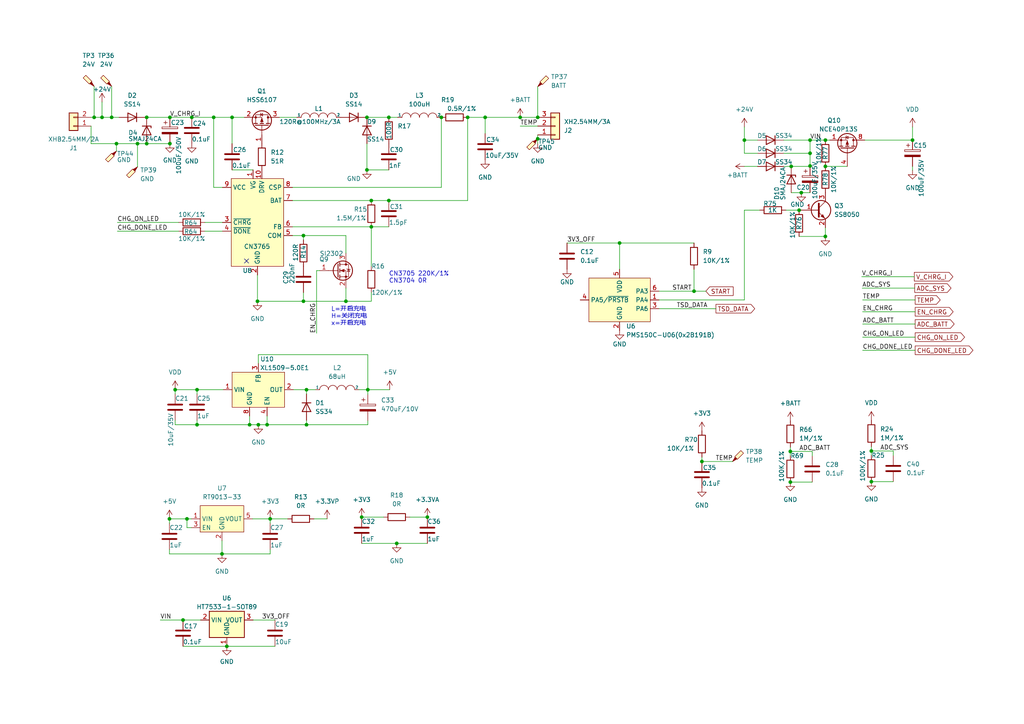
<source format=kicad_sch>
(kicad_sch (version 20230121) (generator eeschema)
  (paper "A4")
  (lib_symbols
    (symbol "Connector:TestPoint_Probe" (pin_numbers hide) (pin_names (offset 0.762) hide)
      (property "Reference" "TP" (at 1.651 5.842 0))
      (property "Value" "TestPoint_Probe" (at 1.651 4.064 0))
      (symbol "TestPoint_Probe_1_1"
        (pin passive line (at 0 0 90) (length 0) (name "1") (number "1"))
      )
    )
    (symbol "Connector_Generic:Conn_01x02" (pin_names (offset 1.016) hide)
      (property "Reference" "J" (at 0 2.54 0))
      (property "Value" "Conn_01x02" (at 0 -5.08 0))
      (symbol "Conn_01x02_1_1"
        (pin passive line (at -5.08 0 0) (length 3.81) (name "Pin_1") (number "1"))
        (pin passive line (at -5.08 -2.54 0) (length 3.81) (name "Pin_2") (number "2"))
      )
    )
    (symbol "Connector_Generic:Conn_01x03" (pin_names (offset 1.016) hide)
      (property "Reference" "J" (at 0 5.08 0))
      (property "Value" "Conn_01x03" (at 0 -5.08 0))
      (symbol "Conn_01x03_1_1"
        (pin passive line (at -5.08 2.54 0) (length 3.81) (name "Pin_1") (number "1"))
        (pin passive line (at -5.08 0 0) (length 3.81) (name "Pin_2") (number "2"))
        (pin passive line (at -5.08 -2.54 0) (length 3.81) (name "Pin_3") (number "3"))
      )
    )
    (symbol "Device:C" (pin_numbers hide) (pin_names (offset 0.254))
      (property "Reference" "C" (at 0.635 2.54 0))
      (property "Value" "C" (at 0.635 -2.54 0))
      (symbol "C_1_1"
        (pin passive line (at 0 3.81 270) (length 2.794) (name "~") (number "1"))
        (pin passive line (at 0 -3.81 90) (length 2.794) (name "~") (number "2"))
      )
    )
    (symbol "Device:C_Polarized" (pin_numbers hide) (pin_names (offset 0.254))
      (property "Reference" "C" (at 0.635 2.54 0))
      (property "Value" "C_Polarized" (at 0.635 -2.54 0))
      (symbol "C_Polarized_1_1"
        (pin passive line (at 0 3.81 270) (length 2.794) (name "~") (number "1"))
        (pin passive line (at 0 -3.81 90) (length 2.794) (name "~") (number "2"))
      )
    )
    (symbol "Device:D" (pin_numbers hide) (pin_names (offset 1.016) hide)
      (property "Reference" "D" (at 0 2.54 0))
      (property "Value" "D" (at 0 -2.54 0))
      (symbol "D_1_1"
        (pin passive line (at -3.81 0 0) (length 2.54) (name "K") (number "1"))
        (pin passive line (at 3.81 0 180) (length 2.54) (name "A") (number "2"))
      )
    )
    (symbol "Device:D_Zener" (pin_numbers hide) (pin_names (offset 1.016) hide)
      (property "Reference" "D" (at 0 2.54 0))
      (property "Value" "D_Zener" (at 0 -2.54 0))
      (symbol "D_Zener_1_1"
        (pin passive line (at -3.81 0 0) (length 2.54) (name "K") (number "1"))
        (pin passive line (at 3.81 0 180) (length 2.54) (name "A") (number "2"))
      )
    )
    (symbol "Device:Q_NMOS_GSD" (pin_names (offset 0) hide)
      (property "Reference" "Q" (at 5.08 1.27 0))
      (property "Value" "Q_NMOS_GSD" (at 5.08 -1.27 0))
      (symbol "Q_NMOS_GSD_1_1"
        (pin input line (at -5.08 0 0) (length 2.54) (name "G") (number "1"))
        (pin passive line (at 2.54 -5.08 90) (length 2.54) (name "S") (number "2"))
        (pin passive line (at 2.54 5.08 270) (length 2.54) (name "D") (number "3"))
      )
    )
    (symbol "Device:Q_NPN_BEC" (pin_names (offset 0) hide)
      (property "Reference" "Q" (at 5.08 1.27 0))
      (property "Value" "Q_NPN_BEC" (at 5.08 -1.27 0))
      (symbol "Q_NPN_BEC_1_1"
        (pin input line (at -5.08 0 0) (length 5.715) (name "B") (number "1"))
        (pin passive line (at 2.54 -5.08 90) (length 2.54) (name "E") (number "2"))
        (pin passive line (at 2.54 5.08 270) (length 2.54) (name "C") (number "3"))
      )
    )
    (symbol "Device:Q_PMOS_GSD" (pin_names (offset 0) hide)
      (property "Reference" "Q" (at 5.08 1.27 0))
      (property "Value" "Q_PMOS_GSD" (at 5.08 -1.27 0))
      (symbol "Q_PMOS_GSD_1_1"
        (pin input line (at -5.08 0 0) (length 2.54) (name "G") (number "1"))
        (pin passive line (at 2.54 -5.08 90) (length 2.54) (name "S") (number "2"))
        (pin passive line (at 2.54 5.08 270) (length 2.54) (name "D") (number "3"))
      )
    )
    (symbol "Device:R" (pin_numbers hide) (pin_names (offset 0))
      (property "Reference" "R" (at 2.032 0 90))
      (property "Value" "R" (at 0 0 90))
      (symbol "R_1_1"
        (pin passive line (at 0 3.81 270) (length 1.27) (name "~") (number "1"))
        (pin passive line (at 0 -3.81 90) (length 1.27) (name "~") (number "2"))
      )
    )
    (symbol "GND_1" (power) (pin_names (offset 0))
      (property "Value" "GND_1" (at 0 -3.81 0))
      (symbol "GND_1_1_1"
        (pin power_in line (at 0 0 270) (length 0) hide (name "GND") (number "1"))
      )
    )
    (symbol "Ovo_MCU_Padauk:PMS150C-U06"
      (property "Reference" "U" (at 3.81 10.16 0))
      (property "Value" "PMS150C-U06" (at 8.89 7.62 0))
      (symbol "PMS150C-U06_1_1"
        (pin bidirectional line (at 11.43 0 180) (length 2.54) (name "PA4") (number "1"))
        (pin power_in line (at 0 -8.89 90) (length 2.54) (name "GND") (number "2"))
        (pin bidirectional line (at 11.43 -2.54 180) (length 2.54) (name "PA6") (number "3"))
        (pin bidirectional line (at -11.43 0 0) (length 2.54) (name "PA5/~{PRSTB}") (number "4"))
        (pin power_in line (at 0 8.89 270) (length 2.54) (name "VDD") (number "5"))
        (pin bidirectional line (at 11.43 2.54 180) (length 2.54) (name "PA3") (number "6"))
      )
    )
    (symbol "Ovo_Power_Management:CN3765"
      (property "Reference" "U" (at 6.35 13.97 0))
      (property "Value" "CN3765" (at -7.62 -13.97 0))
      (symbol "CN3765_1_1"
        (pin power_out line (at -1.27 15.24 270) (length 2.54) (name "VG") (number "1"))
        (pin output line (at 1.27 15.24 270) (length 2.54) (name "DRV") (number "10"))
        (pin power_in line (at 0 -15.24 90) (length 2.54) (name "GND") (number "2"))
        (pin output line (at -10.16 0 0) (length 2.54) (name "~{CHRG}") (number "3"))
        (pin output line (at -10.16 -2.54 0) (length 2.54) (name "~{DONE}") (number "4"))
        (pin passive line (at 10.16 -3.81 180) (length 2.54) (name "COM") (number "5"))
        (pin passive line (at 10.16 -1.27 180) (length 2.54) (name "FB") (number "6"))
        (pin input line (at 10.16 6.35 180) (length 2.54) (name "BAT") (number "7"))
        (pin input line (at 10.16 10.16 180) (length 2.54) (name "CSP") (number "8"))
        (pin power_in line (at -10.16 10.16 0) (length 2.54) (name "VCC") (number "9"))
      )
    )
    (symbol "Ovo_Power_Management:RT9013-xx"
      (property "Reference" "U" (at 0 8.89 0))
      (property "Value" "RT9013-xx" (at 1.27 -10.16 0))
      (symbol "RT9013-xx_1_1"
        (pin power_in line (at -8.89 0 0) (length 2.54) (name "VIN") (number "1"))
        (pin power_in line (at 0 -6.35 90) (length 2.54) (name "GND") (number "2"))
        (pin input line (at -8.89 -2.54 0) (length 2.54) (name "EN") (number "3"))
        (pin passive line (at 8.89 -2.54 180) (length 2.54) hide (name "NC") (number "4"))
        (pin power_out line (at 8.89 0 180) (length 2.54) (name "VOUT") (number "5"))
      )
    )
    (symbol "Ovo_Power_Management:XL1509-xxE1"
      (property "Reference" "U" (at -5.08 6.35 0))
      (property "Value" "XL1509-xxE1" (at 7.62 6.35 0))
      (symbol "XL1509-xxE1_1_1"
        (pin power_in line (at -10.16 0 0) (length 2.54) (name "VIN") (number "1"))
        (pin power_out line (at 10.16 0 180) (length 2.54) (name "OUT") (number "2"))
        (pin input line (at 0 7.62 270) (length 2.54) (name "FB") (number "3"))
        (pin input line (at 2.54 -7.62 90) (length 2.54) (name "EN") (number "4"))
        (pin power_in line (at -2.54 -7.62 90) (length 2.54) hide (name "GND") (number "5"))
        (pin power_in line (at -2.54 -7.62 90) (length 2.54) hide (name "GND") (number "6"))
        (pin power_in line (at -2.54 -7.62 90) (length 2.54) hide (name "GND") (number "7"))
        (pin power_in line (at -2.54 -7.62 90) (length 2.54) (name "GND") (number "8"))
      )
    )
    (symbol "Regulator_Linear:HT75xx-1-SOT89"
      (property "Reference" "U" (at -5.08 -3.81 0))
      (property "Value" "HT75xx-1-SOT89" (at 0 6.35 0))
      (symbol "HT75xx-1-SOT89_1_1"
        (pin power_in line (at 0 -5.08 90) (length 2.54) (name "GND") (number "1"))
        (pin power_in line (at -7.62 2.54 0) (length 2.54) (name "VIN") (number "2"))
        (pin power_out line (at 7.62 2.54 180) (length 2.54) (name "VOUT") (number "3"))
      )
    )
    (symbol "Transistor_FET:FDS9435A" (pin_names hide)
      (property "Reference" "Q" (at 5.08 1.905 0))
      (property "Value" "FDS9435A" (at 5.08 0 0))
      (symbol "FDS9435A_1_1"
        (pin passive line (at 2.54 -5.08 90) (length 2.54) (name "S") (number "1"))
        (pin passive line (at 2.54 -5.08 90) (length 2.54) hide (name "S") (number "2"))
        (pin passive line (at 2.54 -5.08 90) (length 2.54) hide (name "S") (number "3"))
        (pin passive line (at -5.08 0 0) (length 2.54) (name "G") (number "4"))
        (pin passive line (at 2.54 5.08 270) (length 2.54) hide (name "D") (number "5"))
        (pin passive line (at 2.54 5.08 270) (length 2.54) hide (name "D") (number "6"))
        (pin passive line (at 2.54 5.08 270) (length 2.54) hide (name "D") (number "7"))
        (pin passive line (at 2.54 5.08 270) (length 2.54) (name "D") (number "8"))
      )
    )
    (symbol "power:+24V" (power) (pin_names (offset 0))
      (property "Value" "+24V" (at 0 3.556 0))
      (symbol "+24V_1_1"
        (pin power_in line (at 0 0 90) (length 0) hide (name "+24V") (number "1"))
      )
    )
    (symbol "power:+3.3VA" (power) (pin_names (offset 0))
      (property "Value" "+3.3VA" (at 0 3.556 0))
      (symbol "+3.3VA_1_1"
        (pin power_in line (at 0 0 90) (length 0) hide (name "+3.3VA") (number "1"))
      )
    )
    (symbol "power:+3.3VP" (power) (pin_names (offset 0))
      (property "Value" "+3.3VP" (at 0 2.54 0))
      (symbol "+3.3VP_0_0"
        (pin power_in line (at 0 0 90) (length 0) hide (name "+3.3VP") (number "1"))
      )
    )
    (symbol "power:+3V3" (power) (pin_names (offset 0))
      (property "Value" "+3V3" (at 0 3.556 0))
      (symbol "+3V3_1_1"
        (pin power_in line (at 0 0 90) (length 0) hide (name "+3V3") (number "1"))
      )
    )
    (symbol "power:+5V" (power) (pin_names (offset 0))
      (property "Value" "+5V" (at 0 3.556 0))
      (symbol "+5V_1_1"
        (pin power_in line (at 0 0 90) (length 0) hide (name "+5V") (number "1"))
      )
    )
    (symbol "power:+BATT" (power) (pin_names (offset 0))
      (property "Value" "+BATT" (at 0 3.556 0))
      (symbol "+BATT_1_1"
        (pin power_in line (at 0 0 90) (length 0) hide (name "+BATT") (number "1"))
      )
    )
    (symbol "power:GND" (power) (pin_names (offset 0))
      (property "Value" "GND" (at 0 -3.81 0))
      (symbol "GND_1_1"
        (pin power_in line (at 0 0 270) (length 0) hide (name "GND") (number "1"))
      )
    )
    (symbol "power:VDD" (power) (pin_names (offset 0))
      (property "Value" "VDD" (at 0 3.81 0))
      (symbol "VDD_1_1"
        (pin power_in line (at 0 0 90) (length 0) hide (name "VDD") (number "1"))
      )
    )
    (symbol "pspice:INDUCTOR" (pin_numbers hide) (pin_names (offset 0))
      (property "Reference" "L" (at 0 2.54 0))
      (property "Value" "INDUCTOR" (at 0 -1.27 0))
      (symbol "INDUCTOR_1_1"
        (pin input line (at -6.35 0 0) (length 1.27) (name "1") (number "1"))
        (pin input line (at 6.35 0 180) (length 1.27) (name "2") (number "2"))
      )
    )
  )
  (junction (at 74.676 87.376))
  (junction (at 33.782 41.656))
  (junction (at 229.235 139.827))
  (junction (at 54.229 150.495))
  (junction (at 65.786 187.452))
  (junction (at 57.15 123.19))
  (junction (at 201.295 84.455))
  (junction (at 106.426 34.036))
  (junction (at 107.696 65.786))
  (junction (at 57.15 113.03))
  (junction (at 231.775 60.96))
  (junction (at 239.395 68.58))
  (junction (at 53.086 179.832))
  (junction (at 115.062 157.607))
  (junction (at 29.591 34.036))
  (junction (at 232.41 55.88))
  (junction (at 74.93 123.19))
  (junction (at 88.011 87.376))
  (junction (at 72.39 123.19))
  (junction (at 64.389 160.655))
  (junction (at 203.581 133.858))
  (junction (at 49.276 41.656))
  (junction (at 112.776 34.036))
  (junction (at 150.876 34.036))
  (junction (at 104.902 149.987))
  (junction (at 88.9 113.03))
  (junction (at 234.95 48.133))
  (junction (at 140.716 34.036))
  (junction (at 77.47 123.19))
  (junction (at 49.149 150.495))
  (junction (at 128.016 34.036))
  (junction (at 229.489 48.26))
  (junction (at 123.952 149.987))
  (junction (at 215.9 40.64))
  (junction (at 49.276 34.036))
  (junction (at 61.976 34.036))
  (junction (at 179.705 70.485))
  (junction (at 78.359 150.495))
  (junction (at 264.668 40.64))
  (junction (at 106.426 49.276))
  (junction (at 252.73 139.7))
  (junction (at 55.626 34.036))
  (junction (at 106.68 113.03))
  (junction (at 50.8 113.03))
  (junction (at 100.33 87.376))
  (junction (at 239.395 40.64))
  (junction (at 234.95 44.45))
  (junction (at 88.9 123.19))
  (junction (at 67.31 34.036))
  (junction (at 107.696 58.166))
  (junction (at 27.305 34.036))
  (junction (at 42.545 34.036))
  (junction (at 112.776 58.166))
  (junction (at 234.95 40.64))
  (junction (at 42.545 41.656))
  (junction (at 39.878 41.656))
  (junction (at 32.385 34.036))
  (junction (at 252.73 130.81))
  (junction (at 88.011 68.326))
  (junction (at 155.956 40.259))
  (junction (at 155.956 34.036))
  (junction (at 239.395 48.26))
  (junction (at 229.235 130.937))
  (junction (at 135.636 34.036))
  (no_connect (at 71.501 75.692))
  (wire (pts (xy 77.47 123.19) (xy 88.9 123.19)))
  (wire (pts (xy 107.696 84.836) (xy 107.696 87.376)))
  (wire (pts (xy 84.836 68.326) (xy 88.011 68.326)))
  (wire (pts (xy 91.821 78.486) (xy 91.821 96.647)))
  (wire (pts (xy 215.9 40.64) (xy 219.71 40.64)))
  (wire (pts (xy 57.15 123.19) (xy 57.15 121.92)))
  (wire (pts (xy 100.33 83.566) (xy 100.33 87.376)))
  (wire (pts (xy 250.19 86.995) (xy 265.43 86.995)))
  (wire (pts (xy 252.73 139.7) (xy 259.08 139.7)))
  (wire (pts (xy 115.316 34.036) (xy 112.776 34.036)))
  (wire (pts (xy 252.73 130.81) (xy 259.08 130.81)))
  (wire (pts (xy 61.976 34.036) (xy 61.976 54.356)))
  (wire (pts (xy 155.956 41.656) (xy 155.956 40.259)))
  (wire (pts (xy 229.489 48.26) (xy 234.95 48.26)))
  (wire (pts (xy 227.33 44.45) (xy 234.95 44.45)))
  (wire (pts (xy 227.33 48.26) (xy 229.489 48.26)))
  (wire (pts (xy 239.395 48.26) (xy 245.745 48.26)))
  (wire (pts (xy 39.878 41.656) (xy 39.878 48.387)))
  (wire (pts (xy 215.9 36.83) (xy 215.9 40.64)))
  (wire (pts (xy 26.416 36.576) (xy 26.416 41.656)))
  (wire (pts (xy 112.776 34.036) (xy 106.426 34.036)))
  (wire (pts (xy 53.086 187.452) (xy 65.786 187.452)))
  (wire (pts (xy 74.93 102.87) (xy 106.68 102.87)))
  (wire (pts (xy 259.08 132.08) (xy 259.08 130.81)))
  (wire (pts (xy 231.775 68.58) (xy 239.395 68.58)))
  (wire (pts (xy 227.33 40.64) (xy 234.95 40.64)))
  (wire (pts (xy 49.276 34.036) (xy 55.626 34.036)))
  (wire (pts (xy 88.011 87.376) (xy 100.33 87.376)))
  (wire (pts (xy 179.705 70.485) (xy 201.295 70.485)))
  (wire (pts (xy 42.545 41.656) (xy 49.276 41.656)))
  (wire (pts (xy 74.93 123.19) (xy 77.47 123.19)))
  (wire (pts (xy 229.235 130.937) (xy 229.235 132.207)))
  (wire (pts (xy 91.059 150.495) (xy 94.869 150.495)))
  (wire (pts (xy 34.036 64.516) (xy 51.816 64.516)))
  (wire (pts (xy 72.39 123.19) (xy 74.93 123.19)))
  (wire (pts (xy 74.676 87.376) (xy 74.676 79.756)))
  (wire (pts (xy 88.011 68.326) (xy 100.33 68.326)))
  (wire (pts (xy 229.235 139.827) (xy 235.585 139.827)))
  (wire (pts (xy 250.063 83.566) (xy 265.303 83.566)))
  (wire (pts (xy 106.426 49.276) (xy 106.426 41.656)))
  (wire (pts (xy 235.585 132.207) (xy 235.585 130.937)))
  (wire (pts (xy 191.135 86.995) (xy 215.9 86.995)))
  (wire (pts (xy 88.011 87.376) (xy 88.011 84.836)))
  (wire (pts (xy 67.31 34.036) (xy 70.866 34.036)))
  (wire (pts (xy 77.47 120.65) (xy 77.47 123.19)))
  (wire (pts (xy 88.9 123.19) (xy 106.68 123.19)))
  (wire (pts (xy 215.9 60.96) (xy 220.345 60.96)))
  (wire (pts (xy 73.279 150.495) (xy 78.359 150.495)))
  (wire (pts (xy 73.406 179.832) (xy 79.756 179.832)))
  (wire (pts (xy 50.8 123.19) (xy 50.8 121.92)))
  (wire (pts (xy 250.19 101.6) (xy 265.43 101.6)))
  (wire (pts (xy 106.68 123.19) (xy 106.68 122.047)))
  (wire (pts (xy 57.15 123.19) (xy 72.39 123.19)))
  (wire (pts (xy 250.19 90.424) (xy 265.43 90.424)))
  (wire (pts (xy 42.164 34.036) (xy 42.545 34.036)))
  (wire (pts (xy 191.135 89.535) (xy 207.645 89.535)))
  (wire (pts (xy 27.305 25.019) (xy 27.305 34.036)))
  (wire (pts (xy 155.956 40.259) (xy 155.956 39.116)))
  (wire (pts (xy 64.389 160.655) (xy 78.359 160.655)))
  (wire (pts (xy 55.626 34.036) (xy 61.976 34.036)))
  (wire (pts (xy 100.33 87.376) (xy 107.696 87.376)))
  (wire (pts (xy 104.902 157.607) (xy 115.062 157.607)))
  (wire (pts (xy 239.395 40.64) (xy 240.665 40.64)))
  (wire (pts (xy 112.776 58.166) (xy 135.636 58.166)))
  (wire (pts (xy 49.149 159.385) (xy 49.149 160.655)))
  (wire (pts (xy 59.436 67.056) (xy 64.516 67.056)))
  (wire (pts (xy 64.516 54.356) (xy 61.976 54.356)))
  (wire (pts (xy 49.149 151.765) (xy 49.149 150.495)))
  (wire (pts (xy 264.668 40.64) (xy 264.668 36.83)))
  (wire (pts (xy 104.902 149.987) (xy 111.252 149.987)))
  (wire (pts (xy 215.9 86.995) (xy 215.9 60.96)))
  (wire (pts (xy 72.39 120.65) (xy 72.39 123.19)))
  (wire (pts (xy 135.636 34.036) (xy 140.716 34.036)))
  (wire (pts (xy 74.93 105.41) (xy 74.93 102.87)))
  (wire (pts (xy 106.68 102.87) (xy 106.68 113.03)))
  (wire (pts (xy 234.95 55.753) (xy 234.95 55.88)))
  (wire (pts (xy 215.9 44.45) (xy 219.71 44.45)))
  (wire (pts (xy 227.965 60.96) (xy 231.775 60.96)))
  (wire (pts (xy 100.33 68.326) (xy 100.33 73.406)))
  (wire (pts (xy 50.8 113.03) (xy 57.15 113.03)))
  (wire (pts (xy 78.359 150.495) (xy 83.439 150.495)))
  (wire (pts (xy 234.95 44.45) (xy 234.95 48.133)))
  (wire (pts (xy 232.41 55.88) (xy 234.95 55.88)))
  (wire (pts (xy 106.426 49.276) (xy 112.776 49.276)))
  (wire (pts (xy 229.235 129.667) (xy 229.235 130.937)))
  (wire (pts (xy 91.44 113.03) (xy 88.9 113.03)))
  (wire (pts (xy 88.011 69.596) (xy 88.011 68.326)))
  (wire (pts (xy 27.305 34.036) (xy 29.591 34.036)))
  (wire (pts (xy 234.95 40.64) (xy 234.95 44.45)))
  (wire (pts (xy 250.19 97.79) (xy 265.43 97.79)))
  (wire (pts (xy 88.9 114.3) (xy 88.9 113.03)))
  (wire (pts (xy 201.295 78.105) (xy 201.295 84.455)))
  (wire (pts (xy 26.416 34.036) (xy 27.305 34.036)))
  (wire (pts (xy 61.976 34.036) (xy 67.31 34.036)))
  (wire (pts (xy 249.936 80.264) (xy 265.176 80.264)))
  (wire (pts (xy 59.436 64.516) (xy 64.516 64.516)))
  (wire (pts (xy 67.31 41.656) (xy 67.31 34.036)))
  (wire (pts (xy 164.465 70.485) (xy 179.705 70.485)))
  (wire (pts (xy 191.135 84.455) (xy 201.295 84.455)))
  (wire (pts (xy 50.8 114.3) (xy 50.8 113.03)))
  (wire (pts (xy 203.581 133.858) (xy 203.581 132.588)))
  (wire (pts (xy 67.31 49.276) (xy 73.406 49.276)))
  (wire (pts (xy 106.68 113.03) (xy 104.14 113.03)))
  (wire (pts (xy 118.872 149.987) (xy 123.952 149.987)))
  (wire (pts (xy 78.359 160.655) (xy 78.359 159.385)))
  (wire (pts (xy 229.235 130.937) (xy 235.585 130.937)))
  (wire (pts (xy 203.581 133.858) (xy 212.471 133.858)))
  (wire (pts (xy 150.876 36.576) (xy 155.956 36.576)))
  (wire (pts (xy 107.696 58.166) (xy 112.776 58.166)))
  (wire (pts (xy 264.668 48.26) (xy 264.668 49.403)))
  (wire (pts (xy 84.836 65.786) (xy 107.696 65.786)))
  (wire (pts (xy 54.229 150.495) (xy 55.499 150.495)))
  (wire (pts (xy 57.15 113.03) (xy 64.77 113.03)))
  (wire (pts (xy 215.9 40.64) (xy 215.9 44.45)))
  (wire (pts (xy 106.68 114.427) (xy 106.68 113.03)))
  (wire (pts (xy 107.696 65.786) (xy 107.696 77.216)))
  (wire (pts (xy 50.8 123.19) (xy 57.15 123.19)))
  (wire (pts (xy 140.716 38.735) (xy 140.716 34.036)))
  (wire (pts (xy 128.016 54.356) (xy 128.016 34.036)))
  (wire (pts (xy 49.149 160.655) (xy 64.389 160.655)))
  (wire (pts (xy 84.836 58.166) (xy 107.696 58.166)))
  (wire (pts (xy 92.71 78.486) (xy 91.821 78.486)))
  (wire (pts (xy 49.149 150.495) (xy 54.229 150.495)))
  (wire (pts (xy 65.786 187.452) (xy 79.756 187.452)))
  (wire (pts (xy 33.782 43.815) (xy 33.782 41.656)))
  (wire (pts (xy 234.95 48.133) (xy 234.95 48.26)))
  (wire (pts (xy 74.676 87.376) (xy 88.011 87.376)))
  (wire (pts (xy 78.359 150.495) (xy 78.359 151.765)))
  (wire (pts (xy 239.395 68.58) (xy 239.395 66.04)))
  (wire (pts (xy 107.696 65.786) (xy 112.776 65.786)))
  (wire (pts (xy 64.389 156.845) (xy 64.389 160.655)))
  (wire (pts (xy 115.062 157.607) (xy 123.952 157.607)))
  (wire (pts (xy 229.489 55.88) (xy 232.41 55.88)))
  (wire (pts (xy 29.591 29.591) (xy 29.591 34.036)))
  (wire (pts (xy 88.9 123.19) (xy 88.9 121.92)))
  (wire (pts (xy 204.724 84.455) (xy 201.295 84.455)))
  (wire (pts (xy 53.086 179.832) (xy 58.166 179.832)))
  (wire (pts (xy 113.03 113.03) (xy 106.68 113.03)))
  (wire (pts (xy 42.545 34.036) (xy 49.276 34.036)))
  (wire (pts (xy 252.73 129.54) (xy 252.73 130.81)))
  (wire (pts (xy 54.229 153.035) (xy 54.229 150.495)))
  (wire (pts (xy 34.036 67.056) (xy 51.816 67.056)))
  (wire (pts (xy 26.416 41.656) (xy 33.782 41.656)))
  (wire (pts (xy 33.782 41.656) (xy 39.878 41.656)))
  (wire (pts (xy 55.499 153.035) (xy 54.229 153.035)))
  (wire (pts (xy 155.956 25.146) (xy 155.956 34.036)))
  (wire (pts (xy 84.836 54.356) (xy 128.016 54.356)))
  (wire (pts (xy 140.716 34.036) (xy 150.876 34.036)))
  (wire (pts (xy 39.878 41.656) (xy 42.545 41.656)))
  (wire (pts (xy 215.9 48.26) (xy 219.71 48.26)))
  (wire (pts (xy 250.19 93.98) (xy 265.43 93.98)))
  (wire (pts (xy 179.705 70.485) (xy 179.705 78.105)))
  (wire (pts (xy 85.09 113.03) (xy 88.9 113.03)))
  (wire (pts (xy 81.026 34.036) (xy 86.106 34.036)))
  (wire (pts (xy 252.73 130.81) (xy 252.73 132.08)))
  (wire (pts (xy 32.385 34.036) (xy 34.544 34.036)))
  (wire (pts (xy 150.876 34.036) (xy 155.956 34.036)))
  (wire (pts (xy 57.15 113.03) (xy 57.15 114.3)))
  (wire (pts (xy 32.385 25.019) (xy 32.385 34.036)))
  (wire (pts (xy 234.95 40.64) (xy 239.395 40.64)))
  (wire (pts (xy 46.482 179.832) (xy 53.086 179.832)))
  (wire (pts (xy 135.636 58.166) (xy 135.636 34.036)))
  (wire (pts (xy 29.591 34.036) (xy 32.385 34.036)))
  (wire (pts (xy 250.825 40.64) (xy 264.668 40.64)))
  (text "L=开启充电\nH=关闭充电\nx=开启充电" (at 96.012 94.615 0) (effects (font (size 1.27 1.27)) (justify left bottom)))
  (text "CN3705 220K/1%\nCN3704 0R\n" (at 112.776 82.296 0) (effects (font (size 1.27 1.27)) (justify left bottom)))
  (label "CHG_ON_LED" (at 34.036 64.516 0))
  (label "START" (at 194.945 84.455 0))
  (label "EN_CHRG" (at 91.821 96.647 90))
  (label "3V3_OFF" (at 164.465 70.485 0))
  (label "VIN" (at 234.95 40.64 0))
  (label "CHG_ON_LED" (at 250.19 97.79 0))
  (label "VIN" (at 46.482 179.832 0))
  (label "V_CHRG_I" (at 49.276 34.036 0))
  (label "CHG_DONE_LED" (at 250.19 101.6 0))
  (label "EN_CHRG" (at 250.19 90.424 0))
  (label "TEMP" (at 250.19 86.995 0))
  (label "3V3_OFF" (at 75.946 179.832 0))
  (label "TEMP" (at 150.876 36.576 0))
  (label "ADC_BATT" (at 231.775 130.937 0))
  (label "ADC_SYS" (at 250.063 83.566 0))
  (label "TSD_DATA" (at 196.215 89.535 0))
  (label "V_CHRG_I" (at 249.936 80.264 0))
  (label "TEMP" (at 207.518 133.858 0))
  (label "ADC_SYS" (at 255.27 130.81 0))
  (label "ADC_BATT" (at 250.19 93.98 0))
  (label "CHG_DONE_LED" (at 34.036 67.056 0))
  (global_label "EN_CHRG" (shape output) (at 265.43 90.424 0) (property "Intersheetrefs" "${INTERSHEET_REFS}" (effects hide)))
  (global_label "TSD_DATA" (shape output) (at 207.645 89.535 0) (property "Intersheetrefs" "${INTERSHEET_REFS}" (effects hide)))
  (global_label "ADC_BATT" (shape output) (at 265.43 93.98 0) (property "Intersheetrefs" "${INTERSHEET_REFS}" (effects hide)))
  (global_label "V_CHRG_I" (shape output) (at 265.176 80.264 0) (property "Intersheetrefs" "${INTERSHEET_REFS}" (effects hide)))
  (global_label "CHG_ON_LED" (shape output) (at 265.43 97.79 0) (property "Intersheetrefs" "${INTERSHEET_REFS}" (effects hide)))
  (global_label "TEMP" (shape output) (at 265.43 86.995 0) (property "Intersheetrefs" "${INTERSHEET_REFS}" (effects hide)))
  (global_label "START" (shape input) (at 204.724 84.455 0) (property "Intersheetrefs" "${INTERSHEET_REFS}" (effects hide)))
  (global_label "CHG_DONE_LED" (shape output) (at 265.43 101.6 0) (property "Intersheetrefs" "${INTERSHEET_REFS}" (effects hide)))
  (global_label "ADC_SYS" (shape output) (at 265.303 83.566 0) (property "Intersheetrefs" "${INTERSHEET_REFS}" (effects hide)))
  (symbol (lib_id "power:GND") (at 74.676 87.376 0) (unit 1)
    (property "Reference" "#PWR039" (effects hide))
    (property "Value" "GND" (at 74.676 92.456 0))
  )
  (symbol (lib_id "Device:C") (at 203.581 137.668 0) (unit 1)
    (property "Reference" "C35" (at 203.835 135.636 0) (effects (justify left)))
    (property "Value" "0.1uF" (at 203.581 140.208 0) (effects (justify left)))
    (property "Footprint" "Capacitor_SMD:C_0603_1608Metric" (effects hide))
  )
  (symbol (lib_id "power:VDD") (at 264.668 36.83 0) (unit 1)
    (property "Reference" "#PWR0157" (effects hide))
    (property "Value" "VDD" (at 264.668 31.75 0))
  )
  (symbol (lib_id "Connector:TestPoint_Probe") (at 155.956 40.259 180) (unit 1)
    (property "Reference" "TP45" (at 156.083 41.021 0) (effects (justify right)))
    (property "Value" "GND" (at 156.083 42.799 0) (effects (justify right)))
    (property "Footprint" "TestPoint:TestPoint_Pad_D1.5mm" (effects hide))
  )
  (symbol (lib_id "Device:C") (at 55.626 37.846 0) (unit 1)
    (property "Reference" "C24" (at 55.88 35.814 0) (effects (justify left)))
    (property "Value" "0.1uF" (at 55.626 40.386 0) (effects (justify left)))
    (property "Footprint" "Capacitor_SMD:C_0603_1608Metric" (effects hide))
  )
  (symbol (lib_id "Device:R") (at 224.155 60.96 270) (unit 1)
    (property "Reference" "R75" (at 225.298 59.055 90) (effects (justify right)))
    (property "Value" "1K" (at 225.425 60.96 90) (effects (justify right)))
    (property "Footprint" "Resistor_SMD:R_0603_1608Metric" (effects hide))
  )
  (symbol (lib_id "Connector:TestPoint_Probe") (at 33.782 43.815 180) (unit 1)
    (property "Reference" "TP44" (at 33.909 44.577 0) (effects (justify right)))
    (property "Value" "GND" (at 33.909 46.355 0) (effects (justify right)))
    (property "Footprint" "TestPoint:TestPoint_Pad_D1.5mm" (effects hide))
  )
  (symbol (lib_id "Device:C") (at 164.465 74.295 0) (unit 1)
    (property "Reference" "C12" (at 168.275 73.0249 0) (effects (justify left)))
    (property "Value" "0.1uF" (at 168.275 75.5649 0) (effects (justify left)))
    (property "Footprint" "Capacitor_SMD:C_0603_1608Metric" (effects hide))
  )
  (symbol (lib_id "power:+24V") (at 215.9 36.83 0) (unit 1)
    (property "Reference" "#PWR0162" (effects hide))
    (property "Value" "+24V" (at 215.9 31.75 0))
  )
  (symbol (lib_id "power:GND") (at 229.235 139.827 0) (unit 1)
    (property "Reference" "#PWR036" (effects hide))
    (property "Value" "GND" (at 229.235 144.907 0))
  )
  (symbol (lib_id "Device:C") (at 78.359 155.575 0) (unit 1)
    (property "Reference" "C27" (at 78.359 153.035 0) (effects (justify left)))
    (property "Value" "1uF" (at 78.359 158.115 0) (effects (justify left)))
    (property "Footprint" "Capacitor_SMD:C_0603_1608Metric" (effects hide))
  )
  (symbol (lib_id "Device:C") (at 123.952 153.797 0) (unit 1)
    (property "Reference" "C36" (at 123.952 151.257 0) (effects (justify left)))
    (property "Value" "1uF" (at 123.952 156.337 0) (effects (justify left)))
    (property "Footprint" "Capacitor_SMD:C_0603_1608Metric" (effects hide))
  )
  (symbol (lib_id "power:+3V3") (at 203.581 124.968 0) (unit 1)
    (property "Reference" "#PWR044" (effects hide))
    (property "Value" "+3V3" (at 203.581 119.888 0))
  )
  (symbol (lib_id "Device:R") (at 107.696 81.026 0) (unit 1)
    (property "Reference" "R16" (at 107.696 77.216 0) (effects (justify left)))
    (property "Value" "120K/1%" (at 107.696 84.836 0) (effects (justify left)))
    (property "Footprint" "Resistor_SMD:R_0603_1608Metric" (effects hide))
  )
  (symbol (lib_id "Device:D") (at 223.52 44.45 180) (unit 1)
    (property "Reference" "D6" (at 220.98 43.18 0))
    (property "Value" "SS34" (at 227.33 43.18 0))
    (property "Footprint" "Diode_SMD:D_SMA" (effects hide))
  )
  (symbol (lib_id "Device:R") (at 88.011 73.406 0) (unit 1)
    (property "Reference" "R14" (at 88.011 75.057 90) (effects (justify left)))
    (property "Value" "120R" (at 85.725 75.819 90) (effects (justify left)))
    (property "Footprint" "Resistor_SMD:R_0603_1608Metric" (effects hide))
  )
  (symbol (lib_id "pspice:INDUCTOR") (at 121.666 34.036 0) (unit 1)
    (property "Reference" "L3" (at 121.666 27.686 0))
    (property "Value" "100uH" (at 121.666 30.226 0))
    (property "Footprint" "Ovo_Inductor_SMD:L_GZJ_WNR6045" (effects hide))
  )
  (symbol (lib_id "power:GND") (at 115.062 157.607 0) (unit 1)
    (property "Reference" "#PWR0133" (effects hide))
    (property "Value" "GND" (at 115.062 162.687 0))
  )
  (symbol (lib_id "Device:C") (at 50.8 118.11 0) (unit 1)
    (property "Reference" "C21" (at 50.8 115.57 0) (effects (justify left)))
    (property "Value" "10uF/35V" (at 49.53 129.54 90) (effects (justify left)))
    (property "Footprint" "Capacitor_SMD:C_0805_2012Metric" (effects hide))
  )
  (symbol (lib_id "Device:R") (at 87.249 150.495 90) (unit 1)
    (property "Reference" "R13" (at 87.249 144.145 90))
    (property "Value" "0R" (at 87.249 146.685 90))
    (property "Footprint" "Resistor_SMD:R_0603_1608Metric" (effects hide))
  )
  (symbol (lib_id "Device:C") (at 104.902 153.797 0) (unit 1)
    (property "Reference" "C32" (at 104.902 151.257 0) (effects (justify left)))
    (property "Value" "1uF" (at 104.902 156.337 0) (effects (justify left)))
    (property "Footprint" "Capacitor_SMD:C_0603_1608Metric" (effects hide))
  )
  (symbol (lib_id "power:+5V") (at 113.03 113.03 0) (unit 1)
    (property "Reference" "#PWR0145" (effects hide))
    (property "Value" "+5V" (at 113.03 107.95 0))
  )
  (symbol (lib_id "Device:R") (at 112.776 37.846 0) (unit 1)
    (property "Reference" "R17" (at 115.316 36.5759 0) (effects (justify left)))
    (property "Value" "100R" (at 112.776 40.386 90) (effects (justify left)))
    (property "Footprint" "Resistor_SMD:R_0603_1608Metric" (effects hide))
  )
  (symbol (lib_id "power:+24V") (at 29.591 29.591 0) (unit 1)
    (property "Reference" "#PWR030" (effects hide))
    (property "Value" "+24V" (at 29.591 25.908 0))
  )
  (symbol (lib_id "Ovo_Power_Management:XL1509-xxE1") (at 74.93 113.03 0) (unit 1)
    (property "Reference" "U10" (at 77.47 104.14 0))
    (property "Value" "XL1509-5.0E1" (at 82.55 106.68 0))
    (property "Footprint" "Package_SO:SOIC-8_3.9x4.9mm_P1.27mm" (effects hide))
  )
  (symbol (lib_id "Device:C_Polarized") (at 49.276 37.846 0) (unit 1)
    (property "Reference" "C23" (at 49.53 35.56 0) (effects (justify left)))
    (property "Value" "100uF/50V" (at 51.816 50.546 90) (effects (justify left)))
    (property "Footprint" "Capacitor_SMD:CP_Elec_6.3x7.7" (effects hide))
  )
  (symbol (lib_id "Device:R") (at 55.626 67.056 90) (unit 1)
    (property "Reference" "R64" (at 57.277 67.183 90) (effects (justify left)))
    (property "Value" "10K/1%" (at 59.563 69.215 90) (effects (justify left)))
    (property "Footprint" "Resistor_SMD:R_0603_1608Metric" (effects hide))
    (instances (project "cleanrobot-square-main" (path "" (reference "R64") (unit 1)) (path "" (reference "R11") (unit 1))))
  )
  (symbol (lib_id "Device:C") (at 235.585 136.017 0) (unit 1)
    (property "Reference" "C28" (at 239.395 134.7469 0) (effects (justify left)))
    (property "Value" "0.1uF" (at 239.395 137.2869 0) (effects (justify left)))
    (property "Footprint" "Capacitor_SMD:C_0603_1608Metric" (effects hide))
  )
  (symbol (lib_id "Regulator_Linear:HT75xx-1-SOT89") (at 65.786 182.372 0) (unit 1)
    (property "Reference" "U6" (at 65.786 173.482 0))
    (property "Value" "HT7533-1-SOT89" (at 65.786 176.022 0))
    (property "Footprint" "Package_TO_SOT_SMD:SOT-89-3" (effects hide))
    (property "Datasheet" "https://www.holtek.com/documents/10179/116711/HT75xx-1v250.pdf" (effects hide))
  )
  (symbol (lib_id "Device:R") (at 239.395 52.07 180) (unit 1)
    (property "Reference" "R78" (at 239.395 53.975 90) (effects (justify right)))
    (property "Value" "10K/1%" (at 241.808 56.007 90) (effects (justify right)))
    (property "Footprint" "Resistor_SMD:R_0603_1608Metric" (effects hide))
  )
  (symbol (lib_id "Connector_Generic:Conn_01x03") (at 161.036 36.576 0) (mirror x) (unit 1)
    (property "Reference" "J2" (at 163.576 37.8461 0) (effects (justify left)))
    (property "Value" "XH2.54MM/3A" (at 163.576 35.3061 0) (effects (justify left)))
    (property "Footprint" "Connector_JST:JST_XH_B3B-XH-A_1x03_P2.50mm_Vertical" (effects hide))
  )
  (symbol (lib_id "Connector:TestPoint_Probe") (at 27.305 25.019 90) (unit 1)
    (property "Reference" "TP3" (at 25.7175 16.129 90))
    (property "Value" "24V" (at 25.7175 18.669 90))
    (property "Footprint" "TestPoint:TestPoint_Pad_D1.5mm" (effects hide))
  )
  (symbol (lib_id "power:GND") (at 49.276 41.656 0) (unit 1)
    (property "Reference" "#PWR037" (effects hide))
    (property "Value" "GND" (at 49.276 46.482 0))
  )
  (symbol (lib_id "Device:C") (at 67.31 45.466 0) (unit 1)
    (property "Reference" "C26" (at 67.564 43.434 0) (effects (justify left)))
    (property "Value" "0.1uF" (at 67.31 48.006 0) (effects (justify left)))
    (property "Footprint" "Capacitor_SMD:C_0603_1608Metric" (effects hide))
  )
  (symbol (lib_id "Connector:TestPoint_Probe") (at 39.878 48.387 180) (unit 1)
    (property "Reference" "TP39" (at 40.64 49.3395 0) (effects (justify right)))
    (property "Value" "GND" (at 40.64 51.8795 0) (effects (justify right)))
    (property "Footprint" "TestPoint:TestPoint_Pad_D1.5mm" (effects hide))
  )
  (symbol (lib_id "Device:R") (at 229.235 136.017 0) (unit 1)
    (property "Reference" "R69" (at 229.235 132.207 0) (effects (justify left)))
    (property "Value" "100K/1%" (at 226.695 139.827 90) (effects (justify left)))
    (property "Footprint" "Resistor_SMD:R_0603_1608Metric" (effects hide))
  )
  (symbol (lib_id "power:VDD") (at 50.8 113.03 0) (unit 1)
    (property "Reference" "#PWR0144" (effects hide))
    (property "Value" "VDD" (at 50.8 107.95 0))
  )
  (symbol (lib_id "Ovo_MCU_Padauk:PMS150C-U06") (at 179.705 86.995 0) (unit 1)
    (property "Reference" "U6" (at 181.61 94.615 0) (effects (justify left)))
    (property "Value" "PMS150C-U06(0x2B191B)" (at 181.61 97.155 0) (effects (justify left)))
    (property "Footprint" "Package_TO_SOT_SMD:SOT-23-6" (effects hide))
    (property "Datasheet" "http://www.padauk.com.tw/upload/doc/PMS15A,PMS150C%20datasheet%20V108_CN_20200724.pdf" (effects hide))
    (instances (project "cleanrobot-square-main" (path "" (reference "U6") (unit 1)) (path "" (reference "U5") (unit 1))))
  )
  (symbol (lib_id "power:+3.3VA") (at 123.952 149.987 0) (unit 1)
    (property "Reference" "#PWR0134" (effects hide))
    (property "Value" "+3.3VA" (at 123.952 144.907 0))
  )
  (symbol (lib_id "Device:Q_NPN_BEC") (at 236.855 60.96 0) (unit 1)
    (property "Reference" "Q3" (at 241.935 59.6899 0) (effects (justify left)))
    (property "Value" "SS8050" (at 241.935 62.2299 0) (effects (justify left)))
    (property "Footprint" "Package_TO_SOT_SMD:SOT-23" (effects hide))
  )
  (symbol (lib_id "Device:R") (at 252.73 135.89 0) (unit 1)
    (property "Reference" "R25" (at 252.73 132.08 0) (effects (justify left)))
    (property "Value" "100K/1%" (at 250.19 139.7 90) (effects (justify left)))
    (property "Footprint" "Resistor_SMD:R_0603_1608Metric" (effects hide))
  )
  (symbol (lib_id "Device:D") (at 88.9 118.11 270) (unit 1)
    (property "Reference" "D1" (at 91.44 116.8399 90) (effects (justify left)))
    (property "Value" "SS34" (at 91.44 119.3799 90) (effects (justify left)))
    (property "Footprint" "Diode_SMD:D_SMA" (effects hide))
  )
  (symbol (lib_id "Device:R") (at 239.395 44.45 180) (unit 1)
    (property "Reference" "R77" (at 239.395 46.355 90) (effects (justify right)))
    (property "Value" "10K/1%" (at 237.49 47.625 90) (effects (justify right)))
    (property "Footprint" "Resistor_SMD:R_0603_1608Metric" (effects hide))
  )
  (symbol (lib_id "pspice:INDUCTOR") (at 97.79 113.03 0) (unit 1)
    (property "Reference" "L2" (at 97.79 106.68 0))
    (property "Value" "68uH" (at 97.79 109.22 0))
    (property "Footprint" "Ovo_Inductor_SMD:L_GZJ_CD75" (effects hide))
  )
  (symbol (lib_id "power:GND") (at 239.395 68.58 0) (unit 1)
    (property "Reference" "#PWR0223" (effects hide))
    (property "Value" "GND" (at 239.395 73.66 0))
  )
  (symbol (lib_id "Device:C") (at 79.756 183.642 0) (unit 1)
    (property "Reference" "C19" (at 79.756 181.102 0) (effects (justify left)))
    (property "Value" "10uF" (at 79.756 186.182 0) (effects (justify left)))
    (property "Footprint" "Capacitor_SMD:C_0603_1608Metric" (effects hide))
  )
  (symbol (lib_id "Ovo_Power_Management:RT9013-xx") (at 64.389 150.495 0) (unit 1)
    (property "Reference" "U7" (at 64.389 141.605 0))
    (property "Value" "RT9013-33" (at 64.389 144.145 0))
    (property "Footprint" "Package_TO_SOT_SMD:SOT-23-5" (effects hide))
  )
  (symbol (lib_id "Device:R") (at 229.235 125.857 0) (unit 1)
    (property "Reference" "R66" (at 231.775 124.5869 0) (effects (justify left)))
    (property "Value" "1M/1%" (at 231.775 127.1269 0) (effects (justify left)))
    (property "Footprint" "Resistor_SMD:R_0603_1608Metric" (effects hide))
  )
  (symbol (lib_id "Device:R") (at 115.062 149.987 90) (unit 1)
    (property "Reference" "R18" (at 115.062 143.637 90))
    (property "Value" "0R" (at 115.062 146.177 90))
    (property "Footprint" "Resistor_SMD:R_0603_1608Metric" (effects hide))
  )
  (symbol (lib_id "Device:D") (at 223.52 40.64 180) (unit 1)
    (property "Reference" "D5" (at 220.98 39.37 0))
    (property "Value" "SS34" (at 227.33 39.37 0))
    (property "Footprint" "Diode_SMD:D_SMA" (effects hide))
  )
  (symbol (lib_id "Device:C") (at 140.716 42.545 0) (unit 1)
    (property "Reference" "C34" (at 140.97 40.513 0) (effects (justify left)))
    (property "Value" "10uF/35V" (at 140.716 45.085 0) (effects (justify left)))
    (property "Footprint" "Capacitor_SMD:C_0805_2012Metric" (effects hide))
  )
  (symbol (lib_id "power:GND") (at 106.426 49.276 0) (unit 1)
    (property "Reference" "#PWR040" (effects hide))
    (property "Value" "GND" (at 102.616 51.816 0))
  )
  (symbol (lib_id "power:+BATT") (at 150.876 34.036 0) (unit 1)
    (property "Reference" "#PWR042" (effects hide))
    (property "Value" "+BATT" (at 150.876 28.956 0))
  )
  (symbol (lib_id "Device:R") (at 203.581 128.778 0) (unit 1)
    (property "Reference" "R70" (at 198.501 127.508 0) (effects (justify left)))
    (property "Value" "10K/1%" (at 193.421 130.048 0) (effects (justify left)))
    (property "Footprint" "Resistor_SMD:R_0603_1608Metric" (effects hide))
  )
  (symbol (lib_id "power:GND") (at 64.389 160.655 0) (unit 1)
    (property "Reference" "#PWR0147" (effects hide))
    (property "Value" "GND" (at 64.389 165.735 0))
  )
  (symbol (lib_id "Device:C") (at 57.15 118.11 0) (unit 1)
    (property "Reference" "C25" (at 57.15 115.57 0) (effects (justify left)))
    (property "Value" "1uF" (at 57.15 120.65 0) (effects (justify left)))
    (property "Footprint" "Capacitor_SMD:C_0603_1608Metric" (effects hide))
  )
  (symbol (lib_id "Device:Q_NMOS_GSD") (at 97.79 78.486 0) (unit 1)
    (property "Reference" "Q9" (at 92.583 75.184 0) (effects (justify left)))
    (property "Value" "SI2302" (at 92.71 73.533 0) (effects (justify left)))
    (property "Footprint" "Package_TO_SOT_SMD:SOT-23" (effects hide))
  )
  (symbol (lib_id "Device:D_Zener") (at 229.489 52.07 270) (unit 1)
    (property "Reference" "D10" (at 225.298 54.102 0) (effects (justify left)))
    (property "Value" "SMAJ24CA" (at 227.076 48.387 0) (effects (justify left)))
    (property "Footprint" "Diode_SMD:D_SMA" (effects hide))
  )
  (symbol (lib_id "Device:D") (at 106.426 37.846 270) (unit 1)
    (property "Reference" "D9" (at 106.426 35.306 90) (effects (justify left)))
    (property "Value" "SS14" (at 106.426 40.386 90) (effects (justify left)))
    (property "Footprint" "Diode_SMD:D_SOD-123" (effects hide))
  )
  (symbol (lib_id "power:+BATT") (at 229.235 122.047 0) (unit 1)
    (property "Reference" "#PWR035" (effects hide))
    (property "Value" "+BATT" (at 229.235 116.967 0))
  )
  (symbol (lib_id "power:GND") (at 164.465 78.105 0) (unit 1)
    (property "Reference" "#PWR0123" (effects hide))
    (property "Value" "GND" (at 164.465 81.788 0))
    (instances (project "cleanrobot-square-main" (path "" (reference "#PWR0123") (unit 1)) (path "" (reference "#PWR03") (unit 1))))
  )
  (symbol (lib_id "Connector:TestPoint_Probe") (at 155.956 25.146 0) (unit 1)
    (property "Reference" "TP37" (at 159.766 22.2884 0) (effects (justify left)))
    (property "Value" "BATT" (at 159.766 24.8284 0) (effects (justify left)))
    (property "Footprint" "TestPoint:TestPoint_Pad_D1.5mm" (effects hide))
  )
  (symbol (lib_id "Device:Q_PMOS_GSD") (at 75.946 36.576 270) (mirror x) (unit 1)
    (property "Reference" "Q1" (at 75.946 26.416 90))
    (property "Value" "HSS6107" (at 75.946 28.956 90))
    (property "Footprint" "Package_TO_SOT_SMD:SOT-23" (effects hide))
  )
  (symbol (lib_id "Device:R") (at 131.826 34.036 90) (unit 1)
    (property "Reference" "R19" (at 131.826 28.956 90) (effects (justify left)))
    (property "Value" "0.5R/1%" (at 138.176 31.496 90) (effects (justify left)))
    (property "Footprint" "Resistor_SMD:R_1206_3216Metric" (effects hide))
  )
  (symbol (lib_id "power:GND") (at 55.626 41.656 0) (unit 1)
    (property "Reference" "#PWR038" (effects hide))
    (property "Value" "GND" (at 55.626 46.736 0))
  )
  (symbol (lib_id "Device:D") (at 223.52 48.26 180) (unit 1)
    (property "Reference" "D7" (at 220.98 46.99 0))
    (property "Value" "SS34" (at 227.33 46.99 0))
    (property "Footprint" "Diode_SMD:D_SMA" (effects hide))
  )
  (symbol (lib_id "Device:R") (at 107.696 61.976 0) (unit 1)
    (property "Reference" "R15" (at 102.616 60.706 0) (effects (justify left)))
    (property "Value" "1.5M/1%" (at 97.536 63.246 0) (effects (justify left)))
    (property "Footprint" "Resistor_SMD:R_0603_1608Metric" (effects hide))
  )
  (symbol (lib_id "Device:D_Zener") (at 42.545 37.846 270) (unit 1)
    (property "Reference" "D4" (at 37.211 38.481 90) (effects (justify left)))
    (property "Value" "SMAJ24CA" (at 37.211 40.259 90) (effects (justify left)))
    (property "Footprint" "Diode_SMD:D_SMA" (effects hide))
  )
  (symbol (lib_id "Device:C") (at 112.776 61.976 0) (unit 1)
    (property "Reference" "C31" (at 113.03 59.944 0) (effects (justify left)))
    (property "Value" "1.5pF" (at 112.776 64.516 0) (effects (justify left)))
    (property "Footprint" "Capacitor_SMD:C_0603_1608Metric" (effects hide))
  )
  (symbol (lib_id "power:GND") (at 252.73 139.7 0) (unit 1)
    (property "Reference" "#PWR0155" (effects hide))
    (property "Value" "GND" (at 252.73 144.78 0))
  )
  (symbol (lib_id "power:GND") (at 140.716 46.355 0) (unit 1)
    (property "Reference" "#PWR041" (effects hide))
    (property "Value" "GND" (at 140.716 51.435 0))
  )
  (symbol (lib_id "Device:C") (at 259.08 135.89 0) (unit 1)
    (property "Reference" "C40" (at 262.89 134.6199 0) (effects (justify left)))
    (property "Value" "0.1uF" (at 262.89 137.1599 0) (effects (justify left)))
    (property "Footprint" "Capacitor_SMD:C_0603_1608Metric" (effects hide))
  )
  (symbol (lib_id "power:+BATT") (at 215.9 48.26 90) (unit 1)
    (property "Reference" "#PWR0154" (effects hide))
    (property "Value" "+BATT" (at 210.82 50.8 90) (effects (justify right)))
  )
  (symbol (lib_id "Ovo_Power_Management:CN3765") (at 74.676 64.516 0) (unit 1)
    (property "Reference" "U8" (at 70.358 78.486 0) (effects (justify left)))
    (property "Value" "CN3765" (at 70.739 71.501 0) (effects (justify left)))
    (property "Footprint" "Ovo_Package_SO:SSOP-10_3.9x4.9mm_P1.00mm" (effects hide))
  )
  (symbol (lib_name "GND_1") (lib_id "power:GND") (at 65.786 187.452 0) (unit 1)
    (property "Reference" "#PWR02" (effects hide))
    (property "Value" "GND" (at 65.786 191.897 0))
  )
  (symbol (lib_id "power:+3.3VP") (at 94.869 150.495 0) (unit 1)
    (property "Reference" "#PWR0142" (effects hide))
    (property "Value" "+3.3VP" (at 94.869 145.415 0))
  )
  (symbol (lib_id "Device:D") (at 38.354 34.036 180) (unit 1)
    (property "Reference" "D2" (at 38.354 27.686 0))
    (property "Value" "SS14" (at 38.354 30.226 0))
    (property "Footprint" "Diode_SMD:D_SOD-123" (effects hide))
  )
  (symbol (lib_id "power:+3V3") (at 78.359 150.495 0) (unit 1)
    (property "Reference" "#PWR0141" (effects hide))
    (property "Value" "+3V3" (at 78.359 145.415 0))
  )
  (symbol (lib_id "Device:C") (at 112.776 45.466 0) (unit 1)
    (property "Reference" "C30" (at 113.03 43.434 0) (effects (justify left)))
    (property "Value" "1nF" (at 112.776 48.006 0) (effects (justify left)))
    (property "Footprint" "Capacitor_SMD:C_0603_1608Metric" (effects hide))
  )
  (symbol (lib_id "Device:R") (at 231.775 64.77 180) (unit 1)
    (property "Reference" "R76" (at 231.775 66.675 90) (effects (justify right)))
    (property "Value" "10K/1%" (at 229.87 69.215 90) (effects (justify right)))
    (property "Footprint" "Resistor_SMD:R_0603_1608Metric" (effects hide))
  )
  (symbol (lib_id "power:GND") (at 264.668 49.403 0) (unit 1)
    (property "Reference" "#PWR0163" (effects hide))
    (property "Value" "GND" (at 264.668 54.483 0))
  )
  (symbol (lib_id "Device:C_Polarized") (at 106.68 118.237 0) (unit 1)
    (property "Reference" "C33" (at 110.49 116.0779 0) (effects (justify left)))
    (property "Value" "470uF/10V" (at 110.49 118.6179 0) (effects (justify left)))
    (property "Footprint" "Capacitor_SMD:CP_Elec_6.3x7.7" (effects hide))
  )
  (symbol (lib_id "Connector:TestPoint_Probe") (at 212.471 133.858 0) (unit 1)
    (property "Reference" "TP38" (at 216.281 131.0004 0) (effects (justify left)))
    (property "Value" "TEMP" (at 216.281 133.5404 0) (effects (justify left)))
    (property "Footprint" "TestPoint:TestPoint_Pad_D1.5mm" (effects hide))
  )
  (symbol (lib_id "Device:C_Polarized") (at 234.95 51.943 0) (unit 1)
    (property "Reference" "C20" (at 231.013 54.356 0) (effects (justify left)))
    (property "Value" "100uF/35V" (at 236.347 57.785 90) (effects (justify left)))
    (property "Footprint" "Capacitor_SMD:CP_Elec_6.3x7.7" (effects hide))
  )
  (symbol (lib_id "Device:C") (at 88.011 81.026 0) (unit 1)
    (property "Reference" "C29" (at 82.931 82.423 90) (effects (justify left)))
    (property "Value" "220nF" (at 84.709 82.296 90) (effects (justify left)))
    (property "Footprint" "Capacitor_SMD:C_0603_1608Metric" (effects hide))
  )
  (symbol (lib_id "power:GND") (at 74.93 123.19 0) (unit 1)
    (property "Reference" "#PWR0143" (effects hide))
    (property "Value" "GND" (at 74.93 128.27 0))
  )
  (symbol (lib_id "pspice:INDUCTOR") (at 92.456 34.036 0) (unit 1)
    (property "Reference" "L1" (at 92.456 31.496 0))
    (property "Value" "120R@100MHz/3A" (at 89.916 35.306 0))
    (property "Footprint" "Inductor_SMD:L_1206_3216Metric" (effects hide))
  )
  (symbol (lib_id "Device:C_Polarized") (at 264.668 44.45 0) (unit 1)
    (property "Reference" "C15" (at 264.922 42.164 0) (effects (justify left)))
    (property "Value" "100uF/35V" (at 267.208 57.15 90) (effects (justify left)))
    (property "Footprint" "Capacitor_SMD:CP_Elec_6.3x7.7" (effects hide))
  )
  (symbol (lib_id "power:+5V") (at 49.149 150.495 0) (unit 1)
    (property "Reference" "#PWR0146" (effects hide))
    (property "Value" "+5V" (at 49.149 145.415 0))
  )
  (symbol (lib_id "power:GND") (at 232.41 55.88 0) (unit 1)
    (property "Reference" "#PWR029" (effects hide))
    (property "Value" "GND" (at 231.267 59.309 0))
  )
  (symbol (lib_id "Transistor_FET:FDS9435A") (at 245.745 43.18 270) (mirror x) (unit 1)
    (property "Reference" "Q10" (at 241.935 34.925 90))
    (property "Value" "NCE40P13S" (at 243.205 37.465 90))
    (property "Footprint" "Package_SO:SOIC-8_3.9x4.9mm_P1.27mm" (effects hide))
    (property "Datasheet" "https://www.onsemi.com/pub/Collateral/FDS9435A-D.PDF" (effects hide))
  )
  (symbol (lib_id "power:+3V3") (at 104.902 149.987 0) (unit 1)
    (property "Reference" "#PWR0132" (effects hide))
    (property "Value" "+3V3" (at 104.902 144.907 0))
  )
  (symbol (lib_id "Connector_Generic:Conn_01x02") (at 21.336 36.576 180) (unit 1)
    (property "Reference" "J1" (at 21.336 42.926 0))
    (property "Value" "XHB2.54MM/2A" (at 21.336 40.386 0))
    (property "Footprint" "Connector_JST:JST_XH_B2B-XH-A_1x02_P2.50mm_Vertical" (effects hide))
  )
  (symbol (lib_id "Device:R") (at 201.295 74.295 0) (unit 1)
    (property "Reference" "R9" (at 203.835 73.0249 0) (effects (justify left)))
    (property "Value" "10K/1%" (at 203.835 75.5649 0) (effects (justify left)))
    (property "Footprint" "Resistor_SMD:R_0603_1608Metric" (effects hide))
  )
  (symbol (lib_id "Device:R") (at 75.946 45.466 0) (unit 1)
    (property "Reference" "R12" (at 78.486 44.1959 0) (effects (justify left)))
    (property "Value" "51R" (at 78.486 46.7359 0) (effects (justify left)))
    (property "Footprint" "Resistor_SMD:R_0603_1608Metric" (effects hide))
  )
  (symbol (lib_id "power:GND") (at 155.956 41.656 0) (unit 1)
    (property "Reference" "#PWR043" (effects hide))
    (property "Value" "GND" (at 155.956 46.736 0))
  )
  (symbol (lib_id "Device:D") (at 102.616 34.036 180) (unit 1)
    (property "Reference" "D3" (at 102.616 27.686 0))
    (property "Value" "SS14" (at 102.616 30.226 0))
    (property "Footprint" "Diode_SMD:D_SOD-123" (effects hide))
  )
  (symbol (lib_id "power:VDD") (at 252.73 121.92 0) (unit 1)
    (property "Reference" "#PWR0158" (effects hide))
    (property "Value" "VDD" (at 252.73 116.84 0))
  )
  (symbol (lib_id "Device:R") (at 55.626 64.516 90) (unit 1)
    (property "Reference" "R64" (at 57.277 64.643 90) (effects (justify left)))
    (property "Value" "10K/1%" (at 59.563 62.23 90) (effects (justify left)))
    (property "Footprint" "Resistor_SMD:R_0603_1608Metric" (effects hide))
    (instances (project "cleanrobot-square-main" (path "" (reference "R64") (unit 1)) (path "" (reference "R10") (unit 1))))
  )
  (symbol (lib_id "Device:C") (at 53.086 183.642 0) (unit 1)
    (property "Reference" "C17" (at 53.34 181.61 0) (effects (justify left)))
    (property "Value" "0.1uF" (at 53.086 186.182 0) (effects (justify left)))
    (property "Footprint" "Capacitor_SMD:C_0603_1608Metric" (effects hide))
  )
  (symbol (lib_id "power:GND") (at 203.581 141.478 0) (unit 1)
    (property "Reference" "#PWR045" (effects hide))
    (property "Value" "GND" (at 203.581 146.558 0))
  )
  (symbol (lib_id "Device:R") (at 252.73 125.73 0) (unit 1)
    (property "Reference" "R24" (at 255.27 124.4599 0) (effects (justify left)))
    (property "Value" "1M/1%" (at 255.27 126.9999 0) (effects (justify left)))
    (property "Footprint" "Resistor_SMD:R_0603_1608Metric" (effects hide))
  )
  (symbol (lib_id "Device:C") (at 49.149 155.575 0) (unit 1)
    (property "Reference" "C22" (at 49.149 153.035 0) (effects (justify left)))
    (property "Value" "1uF" (at 49.149 158.115 0) (effects (justify left)))
    (property "Footprint" "Capacitor_SMD:C_0603_1608Metric" (effects hide))
  )
  (symbol (lib_id "Connector:TestPoint_Probe") (at 32.385 25.019 90) (unit 1)
    (property "Reference" "TP36" (at 30.7975 16.129 90))
    (property "Value" "24V" (at 30.7975 18.669 90))
    (property "Footprint" "TestPoint:TestPoint_Pad_D1.5mm" (effects hide))
  )
  (symbol (lib_id "power:GND") (at 179.705 95.885 0) (unit 1)
    (property "Reference" "#PWR0122" (effects hide))
    (property "Value" "GND" (at 179.705 99.822 0))
    (instances (project "cleanrobot-square-main" (path "" (reference "#PWR0122") (unit 1)) (path "" (reference "#PWR04") (unit 1))))
  )
)
</source>
